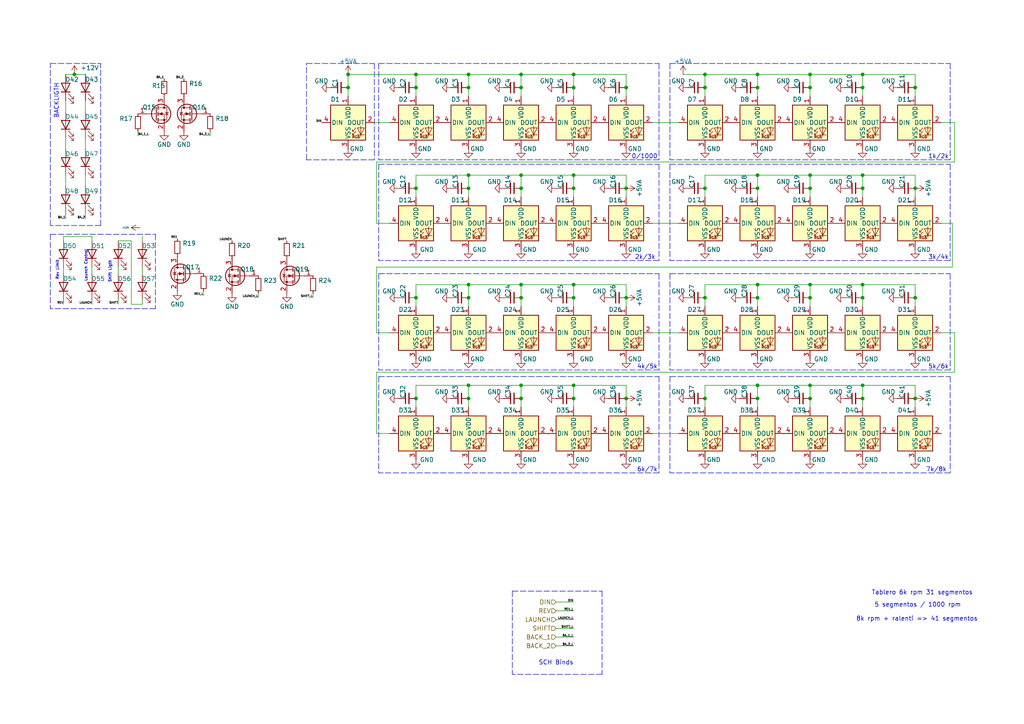
<source format=kicad_sch>
(kicad_sch (version 20210621) (generator eeschema)
  (paper "A4")
  (title_block (title "Tachometer ( 8k rpm max) WS2812B") (rev "rev2"))
  (junction (at 21.59 21.59) (diameter 0.9144))
  (junction (at 100.965 21.59) (diameter 0.9144))
  (junction (at 100.965 25.4) (diameter 0.9144))
  (junction (at 120.65 21.59) (diameter 0.9144))
  (junction (at 120.65 25.4) (diameter 0.9144))
  (junction (at 120.65 54.61) (diameter 0.9144))
  (junction (at 120.65 86.36) (diameter 0.9144))
  (junction (at 120.65 115.57) (diameter 0.9144))
  (junction (at 135.89 21.59) (diameter 0.9144))
  (junction (at 135.89 25.4) (diameter 0.9144))
  (junction (at 135.89 50.8) (diameter 0.9144))
  (junction (at 135.89 54.61) (diameter 0.9144))
  (junction (at 135.89 82.55) (diameter 0.9144))
  (junction (at 135.89 86.36) (diameter 0.9144))
  (junction (at 135.89 111.76) (diameter 0.9144))
  (junction (at 135.89 115.57) (diameter 0.9144))
  (junction (at 151.13 21.59) (diameter 0.9144))
  (junction (at 151.13 25.4) (diameter 0.9144))
  (junction (at 151.13 50.8) (diameter 0.9144))
  (junction (at 151.13 54.61) (diameter 0.9144))
  (junction (at 151.13 82.55) (diameter 0.9144))
  (junction (at 151.13 86.36) (diameter 0.9144))
  (junction (at 151.13 111.76) (diameter 0.9144))
  (junction (at 151.13 115.57) (diameter 0.9144))
  (junction (at 166.37 21.59) (diameter 0.9144))
  (junction (at 166.37 25.4) (diameter 0.9144))
  (junction (at 166.37 50.8) (diameter 0.9144))
  (junction (at 166.37 54.61) (diameter 0.9144))
  (junction (at 166.37 82.55) (diameter 0.9144))
  (junction (at 166.37 86.36) (diameter 0.9144))
  (junction (at 166.37 111.76) (diameter 0.9144))
  (junction (at 166.37 115.57) (diameter 0.9144))
  (junction (at 181.61 25.4) (diameter 0.9144))
  (junction (at 181.61 54.61) (diameter 0.9144))
  (junction (at 181.61 86.36) (diameter 0.9144))
  (junction (at 181.61 115.57) (diameter 0.9144))
  (junction (at 204.47 21.59) (diameter 0.9144))
  (junction (at 204.47 25.4) (diameter 0.9144))
  (junction (at 204.47 54.61) (diameter 0.9144))
  (junction (at 204.47 86.36) (diameter 0.9144))
  (junction (at 204.47 115.57) (diameter 0.9144))
  (junction (at 219.71 21.59) (diameter 0.9144))
  (junction (at 219.71 25.4) (diameter 0.9144))
  (junction (at 219.71 50.8) (diameter 0.9144))
  (junction (at 219.71 54.61) (diameter 0.9144))
  (junction (at 219.71 82.55) (diameter 0.9144))
  (junction (at 219.71 86.36) (diameter 0.9144))
  (junction (at 219.71 111.76) (diameter 0.9144))
  (junction (at 219.71 115.57) (diameter 0.9144))
  (junction (at 234.95 21.59) (diameter 0.9144))
  (junction (at 234.95 25.4) (diameter 0.9144))
  (junction (at 234.95 50.8) (diameter 0.9144))
  (junction (at 234.95 54.61) (diameter 0.9144))
  (junction (at 234.95 82.55) (diameter 0.9144))
  (junction (at 234.95 86.36) (diameter 0.9144))
  (junction (at 234.95 111.76) (diameter 0.9144))
  (junction (at 234.95 115.57) (diameter 0.9144))
  (junction (at 250.19 21.59) (diameter 0.9144))
  (junction (at 250.19 25.4) (diameter 0.9144))
  (junction (at 250.19 50.8) (diameter 0.9144))
  (junction (at 250.19 54.61) (diameter 0.9144))
  (junction (at 250.19 82.55) (diameter 0.9144))
  (junction (at 250.19 86.36) (diameter 0.9144))
  (junction (at 250.19 111.76) (diameter 0.9144))
  (junction (at 250.19 115.57) (diameter 0.9144))
  (junction (at 265.43 25.4) (diameter 0.9144))
  (junction (at 265.43 54.61) (diameter 0.9144))
  (junction (at 265.43 86.36) (diameter 0.9144))
  (junction (at 265.43 115.57) (diameter 0.9144))
  (wire (pts (xy 18.415 68.58) (xy 18.415 69.85)))
  (wire (pts (xy 18.415 77.47) (xy 18.415 79.375)))
  (wire (pts (xy 18.415 86.995) (xy 18.415 88.265)))
  (wire (pts (xy 19.05 21.59) (xy 21.59 21.59)))
  (wire (pts (xy 19.05 29.21) (xy 19.05 32.385)))
  (wire (pts (xy 19.05 40.005) (xy 19.05 43.18)))
  (wire (pts (xy 19.05 50.8) (xy 19.05 53.975)))
  (wire (pts (xy 19.05 61.595) (xy 19.05 63.5)))
  (wire (pts (xy 21.59 21.59) (xy 24.765 21.59)))
  (wire (pts (xy 24.765 29.21) (xy 24.765 32.385)))
  (wire (pts (xy 24.765 40.005) (xy 24.765 43.18)))
  (wire (pts (xy 24.765 50.8) (xy 24.765 53.975)))
  (wire (pts (xy 24.765 61.595) (xy 24.765 63.5)))
  (wire (pts (xy 26.67 68.58) (xy 18.415 68.58)))
  (wire (pts (xy 26.67 69.85) (xy 26.67 68.58)))
  (wire (pts (xy 26.67 77.47) (xy 26.67 79.375)))
  (wire (pts (xy 26.67 86.995) (xy 26.67 88.265)))
  (wire (pts (xy 34.29 69.85) (xy 38.1 69.85)))
  (wire (pts (xy 34.29 77.47) (xy 34.29 79.375)))
  (wire (pts (xy 34.29 86.995) (xy 34.29 88.265)))
  (wire (pts (xy 38.1 69.85) (xy 38.1 88.265)))
  (wire (pts (xy 40.005 38.1) (xy 40.005 39.37)))
  (wire (pts (xy 41.275 69.85) (xy 41.275 68.58)))
  (wire (pts (xy 41.275 77.47) (xy 41.275 79.375)))
  (wire (pts (xy 41.275 86.995) (xy 41.275 88.265)))
  (wire (pts (xy 41.275 88.265) (xy 38.1 88.265)))
  (wire (pts (xy 59.055 84.455) (xy 59.055 85.725)))
  (wire (pts (xy 60.96 38.1) (xy 60.96 39.37)))
  (wire (pts (xy 74.93 85.09) (xy 74.93 86.36)))
  (wire (pts (xy 90.805 85.09) (xy 90.805 86.36)))
  (wire (pts (xy 100.965 21.59) (xy 120.65 21.59)))
  (wire (pts (xy 100.965 25.4) (xy 100.965 21.59)))
  (wire (pts (xy 100.965 25.4) (xy 100.965 27.94)))
  (wire (pts (xy 108.585 35.56) (xy 113.03 35.56)))
  (wire (pts (xy 109.22 46.99) (xy 109.22 64.77)))
  (wire (pts (xy 109.22 64.77) (xy 113.03 64.77)))
  (wire (pts (xy 109.22 77.47) (xy 109.22 96.52)))
  (wire (pts (xy 109.22 96.52) (xy 113.03 96.52)))
  (wire (pts (xy 109.22 107.95) (xy 109.22 125.73)))
  (wire (pts (xy 109.22 125.73) (xy 113.03 125.73)))
  (wire (pts (xy 120.65 21.59) (xy 120.65 25.4)))
  (wire (pts (xy 120.65 21.59) (xy 135.89 21.59)))
  (wire (pts (xy 120.65 25.4) (xy 120.65 27.94)))
  (wire (pts (xy 120.65 50.8) (xy 120.65 54.61)))
  (wire (pts (xy 120.65 50.8) (xy 135.89 50.8)))
  (wire (pts (xy 120.65 54.61) (xy 120.65 57.15)))
  (wire (pts (xy 120.65 82.55) (xy 120.65 86.36)))
  (wire (pts (xy 120.65 82.55) (xy 135.89 82.55)))
  (wire (pts (xy 120.65 86.36) (xy 120.65 88.9)))
  (wire (pts (xy 120.65 111.76) (xy 120.65 115.57)))
  (wire (pts (xy 120.65 111.76) (xy 135.89 111.76)))
  (wire (pts (xy 120.65 115.57) (xy 120.65 118.11)))
  (wire (pts (xy 135.89 21.59) (xy 135.89 25.4)))
  (wire (pts (xy 135.89 21.59) (xy 151.13 21.59)))
  (wire (pts (xy 135.89 25.4) (xy 135.89 27.94)))
  (wire (pts (xy 135.89 50.8) (xy 135.89 54.61)))
  (wire (pts (xy 135.89 50.8) (xy 151.13 50.8)))
  (wire (pts (xy 135.89 54.61) (xy 135.89 57.15)))
  (wire (pts (xy 135.89 82.55) (xy 135.89 86.36)))
  (wire (pts (xy 135.89 82.55) (xy 151.13 82.55)))
  (wire (pts (xy 135.89 86.36) (xy 135.89 88.9)))
  (wire (pts (xy 135.89 111.76) (xy 135.89 115.57)))
  (wire (pts (xy 135.89 111.76) (xy 151.13 111.76)))
  (wire (pts (xy 135.89 115.57) (xy 135.89 118.11)))
  (wire (pts (xy 151.13 21.59) (xy 151.13 25.4)))
  (wire (pts (xy 151.13 21.59) (xy 166.37 21.59)))
  (wire (pts (xy 151.13 25.4) (xy 151.13 27.94)))
  (wire (pts (xy 151.13 50.8) (xy 151.13 54.61)))
  (wire (pts (xy 151.13 50.8) (xy 166.37 50.8)))
  (wire (pts (xy 151.13 54.61) (xy 151.13 57.15)))
  (wire (pts (xy 151.13 82.55) (xy 151.13 86.36)))
  (wire (pts (xy 151.13 82.55) (xy 166.37 82.55)))
  (wire (pts (xy 151.13 86.36) (xy 151.13 88.9)))
  (wire (pts (xy 151.13 111.76) (xy 151.13 115.57)))
  (wire (pts (xy 151.13 111.76) (xy 166.37 111.76)))
  (wire (pts (xy 151.13 115.57) (xy 151.13 118.11)))
  (wire (pts (xy 161.29 174.625) (xy 166.37 174.625)))
  (wire (pts (xy 161.29 177.165) (xy 166.37 177.165)))
  (wire (pts (xy 161.29 179.705) (xy 166.37 179.705)))
  (wire (pts (xy 161.29 182.245) (xy 166.37 182.245)))
  (wire (pts (xy 161.29 184.785) (xy 166.37 184.785)))
  (wire (pts (xy 161.29 187.325) (xy 166.37 187.325)))
  (wire (pts (xy 166.37 21.59) (xy 166.37 25.4)))
  (wire (pts (xy 166.37 21.59) (xy 181.61 21.59)))
  (wire (pts (xy 166.37 25.4) (xy 166.37 27.94)))
  (wire (pts (xy 166.37 50.8) (xy 166.37 54.61)))
  (wire (pts (xy 166.37 50.8) (xy 181.61 50.8)))
  (wire (pts (xy 166.37 54.61) (xy 166.37 57.15)))
  (wire (pts (xy 166.37 82.55) (xy 166.37 86.36)))
  (wire (pts (xy 166.37 82.55) (xy 181.61 82.55)))
  (wire (pts (xy 166.37 86.36) (xy 166.37 88.9)))
  (wire (pts (xy 166.37 111.76) (xy 166.37 115.57)))
  (wire (pts (xy 166.37 111.76) (xy 181.61 111.76)))
  (wire (pts (xy 166.37 115.57) (xy 166.37 118.11)))
  (wire (pts (xy 181.61 21.59) (xy 181.61 25.4)))
  (wire (pts (xy 181.61 25.4) (xy 181.61 27.94)))
  (wire (pts (xy 181.61 50.8) (xy 181.61 54.61)))
  (wire (pts (xy 181.61 54.61) (xy 181.61 57.15)))
  (wire (pts (xy 181.61 82.55) (xy 181.61 86.36)))
  (wire (pts (xy 181.61 86.36) (xy 181.61 88.9)))
  (wire (pts (xy 181.61 115.57) (xy 181.61 111.76)))
  (wire (pts (xy 181.61 115.57) (xy 181.61 118.11)))
  (wire (pts (xy 189.23 35.56) (xy 196.85 35.56)))
  (wire (pts (xy 189.23 64.77) (xy 196.85 64.77)))
  (wire (pts (xy 189.23 96.52) (xy 196.85 96.52)))
  (wire (pts (xy 189.23 125.73) (xy 196.85 125.73)))
  (wire (pts (xy 198.12 21.59) (xy 204.47 21.59)))
  (wire (pts (xy 204.47 21.59) (xy 204.47 25.4)))
  (wire (pts (xy 204.47 21.59) (xy 219.71 21.59)))
  (wire (pts (xy 204.47 25.4) (xy 204.47 27.94)))
  (wire (pts (xy 204.47 50.8) (xy 204.47 54.61)))
  (wire (pts (xy 204.47 50.8) (xy 219.71 50.8)))
  (wire (pts (xy 204.47 54.61) (xy 204.47 57.15)))
  (wire (pts (xy 204.47 82.55) (xy 204.47 86.36)))
  (wire (pts (xy 204.47 82.55) (xy 219.71 82.55)))
  (wire (pts (xy 204.47 86.36) (xy 204.47 88.9)))
  (wire (pts (xy 204.47 111.76) (xy 204.47 115.57)))
  (wire (pts (xy 204.47 111.76) (xy 219.71 111.76)))
  (wire (pts (xy 204.47 115.57) (xy 204.47 118.11)))
  (wire (pts (xy 219.71 21.59) (xy 219.71 25.4)))
  (wire (pts (xy 219.71 21.59) (xy 234.95 21.59)))
  (wire (pts (xy 219.71 25.4) (xy 219.71 27.94)))
  (wire (pts (xy 219.71 50.8) (xy 219.71 54.61)))
  (wire (pts (xy 219.71 50.8) (xy 234.95 50.8)))
  (wire (pts (xy 219.71 54.61) (xy 219.71 57.15)))
  (wire (pts (xy 219.71 82.55) (xy 219.71 86.36)))
  (wire (pts (xy 219.71 82.55) (xy 234.95 82.55)))
  (wire (pts (xy 219.71 86.36) (xy 219.71 88.9)))
  (wire (pts (xy 219.71 111.76) (xy 219.71 115.57)))
  (wire (pts (xy 219.71 111.76) (xy 234.95 111.76)))
  (wire (pts (xy 219.71 115.57) (xy 219.71 118.11)))
  (wire (pts (xy 234.95 21.59) (xy 250.19 21.59)))
  (wire (pts (xy 234.95 25.4) (xy 234.95 21.59)))
  (wire (pts (xy 234.95 25.4) (xy 234.95 27.94)))
  (wire (pts (xy 234.95 50.8) (xy 234.95 54.61)))
  (wire (pts (xy 234.95 50.8) (xy 250.19 50.8)))
  (wire (pts (xy 234.95 54.61) (xy 234.95 57.15)))
  (wire (pts (xy 234.95 82.55) (xy 250.19 82.55)))
  (wire (pts (xy 234.95 86.36) (xy 234.95 82.55)))
  (wire (pts (xy 234.95 86.36) (xy 234.95 88.9)))
  (wire (pts (xy 234.95 111.76) (xy 234.95 115.57)))
  (wire (pts (xy 234.95 111.76) (xy 250.19 111.76)))
  (wire (pts (xy 234.95 115.57) (xy 234.95 118.11)))
  (wire (pts (xy 250.19 21.59) (xy 250.19 25.4)))
  (wire (pts (xy 250.19 21.59) (xy 265.43 21.59)))
  (wire (pts (xy 250.19 25.4) (xy 250.19 27.94)))
  (wire (pts (xy 250.19 50.8) (xy 250.19 54.61)))
  (wire (pts (xy 250.19 50.8) (xy 265.43 50.8)))
  (wire (pts (xy 250.19 54.61) (xy 250.19 57.15)))
  (wire (pts (xy 250.19 82.55) (xy 265.43 82.55)))
  (wire (pts (xy 250.19 86.36) (xy 250.19 82.55)))
  (wire (pts (xy 250.19 86.36) (xy 250.19 88.9)))
  (wire (pts (xy 250.19 111.76) (xy 250.19 115.57)))
  (wire (pts (xy 250.19 111.76) (xy 265.43 111.76)))
  (wire (pts (xy 250.19 115.57) (xy 250.19 118.11)))
  (wire (pts (xy 265.43 21.59) (xy 265.43 25.4)))
  (wire (pts (xy 265.43 25.4) (xy 265.43 27.94)))
  (wire (pts (xy 265.43 50.8) (xy 265.43 54.61)))
  (wire (pts (xy 265.43 54.61) (xy 265.43 57.15)))
  (wire (pts (xy 265.43 86.36) (xy 265.43 82.55)))
  (wire (pts (xy 265.43 86.36) (xy 265.43 88.9)))
  (wire (pts (xy 265.43 111.76) (xy 265.43 115.57)))
  (wire (pts (xy 265.43 115.57) (xy 265.43 118.11)))
  (wire (pts (xy 273.05 35.56) (xy 276.86 35.56)))
  (wire (pts (xy 273.05 64.77) (xy 276.225 64.77)))
  (wire (pts (xy 273.05 96.52) (xy 276.86 96.52)))
  (wire (pts (xy 276.225 64.77) (xy 276.225 77.47)))
  (wire (pts (xy 276.225 77.47) (xy 109.22 77.47)))
  (wire (pts (xy 276.86 35.56) (xy 276.86 46.99)))
  (wire (pts (xy 276.86 46.99) (xy 109.22 46.99)))
  (wire (pts (xy 276.86 96.52) (xy 276.86 107.95)))
  (wire (pts (xy 276.86 107.95) (xy 109.22 107.95)))
  (polyline (pts (xy 14.605 18.415) (xy 29.21 18.415)) (stroke (width 0) (type dash)))
  (polyline (pts (xy 14.605 65.405) (xy 14.605 18.415)) (stroke (width 0) (type dash)))
  (polyline (pts (xy 14.605 67.945) (xy 14.605 89.535)) (stroke (width 0) (type dash)))
  (polyline (pts (xy 14.605 67.945) (xy 45.085 67.945)) (stroke (width 0) (type dash)))
  (polyline (pts (xy 29.21 65.405) (xy 14.605 65.405)) (stroke (width 0) (type dash)))
  (polyline (pts (xy 29.21 65.405) (xy 29.21 18.415)) (stroke (width 0) (type dash)))
  (polyline (pts (xy 45.085 67.945) (xy 45.085 89.535)) (stroke (width 0) (type dash)))
  (polyline (pts (xy 45.085 89.535) (xy 14.605 89.535)) (stroke (width 0) (type dash)))
  (polyline (pts (xy 88.9 18.415) (xy 108.585 18.415)) (stroke (width 0) (type dash)))
  (polyline (pts (xy 88.9 46.355) (xy 88.9 18.415)) (stroke (width 0) (type dash)))
  (polyline (pts (xy 108.585 18.415) (xy 108.585 46.355)) (stroke (width 0) (type dash)))
  (polyline (pts (xy 108.585 46.355) (xy 88.9 46.355)) (stroke (width 0) (type dash)))
  (polyline (pts (xy 109.855 18.415) (xy 109.855 46.355)) (stroke (width 0) (type dash)))
  (polyline (pts (xy 109.855 18.415) (xy 191.135 18.415)) (stroke (width 0) (type dash)))
  (polyline (pts (xy 109.855 47.625) (xy 109.855 75.565)) (stroke (width 0) (type dash)))
  (polyline (pts (xy 109.855 47.625) (xy 191.135 47.625)) (stroke (width 0) (type dash)))
  (polyline (pts (xy 109.855 79.375) (xy 109.855 107.315)) (stroke (width 0) (type dash)))
  (polyline (pts (xy 109.855 79.375) (xy 191.135 79.375)) (stroke (width 0) (type dash)))
  (polyline (pts (xy 109.855 109.22) (xy 109.855 137.16)) (stroke (width 0) (type dash)))
  (polyline (pts (xy 109.855 109.22) (xy 191.135 109.22)) (stroke (width 0) (type dash)))
  (polyline (pts (xy 148.59 171.45) (xy 148.59 195.58)) (stroke (width 0) (type dash)))
  (polyline (pts (xy 148.59 171.45) (xy 174.625 171.45)) (stroke (width 0) (type dash)))
  (polyline (pts (xy 174.625 171.45) (xy 174.625 195.58)) (stroke (width 0) (type dash)))
  (polyline (pts (xy 174.625 195.58) (xy 148.59 195.58)) (stroke (width 0) (type dash)))
  (polyline (pts (xy 191.135 18.415) (xy 191.135 46.355)) (stroke (width 0) (type dash)))
  (polyline (pts (xy 191.135 46.355) (xy 109.855 46.355)) (stroke (width 0) (type dash)))
  (polyline (pts (xy 191.135 47.625) (xy 191.135 75.565)) (stroke (width 0) (type dash)))
  (polyline (pts (xy 191.135 75.565) (xy 109.855 75.565)) (stroke (width 0) (type dash)))
  (polyline (pts (xy 191.135 79.375) (xy 191.135 107.315)) (stroke (width 0) (type dash)))
  (polyline (pts (xy 191.135 107.315) (xy 109.855 107.315)) (stroke (width 0) (type dash)))
  (polyline (pts (xy 191.135 109.22) (xy 191.135 137.16)) (stroke (width 0) (type dash)))
  (polyline (pts (xy 191.135 137.16) (xy 109.855 137.16)) (stroke (width 0) (type dash)))
  (polyline (pts (xy 194.31 18.415) (xy 194.31 46.355)) (stroke (width 0) (type dash)))
  (polyline (pts (xy 194.31 18.415) (xy 275.59 18.415)) (stroke (width 0) (type dash)))
  (polyline (pts (xy 194.31 47.625) (xy 194.31 75.565)) (stroke (width 0) (type dash)))
  (polyline (pts (xy 194.31 47.625) (xy 275.59 47.625)) (stroke (width 0) (type dash)))
  (polyline (pts (xy 194.31 79.375) (xy 194.31 107.315)) (stroke (width 0) (type dash)))
  (polyline (pts (xy 194.31 79.375) (xy 275.59 79.375)) (stroke (width 0) (type dash)))
  (polyline (pts (xy 194.31 109.22) (xy 194.31 137.16)) (stroke (width 0) (type dash)))
  (polyline (pts (xy 194.31 109.22) (xy 275.59 109.22)) (stroke (width 0) (type dash)))
  (polyline (pts (xy 275.59 18.415) (xy 275.59 46.355)) (stroke (width 0) (type dash)))
  (polyline (pts (xy 275.59 46.355) (xy 194.31 46.355)) (stroke (width 0) (type dash)))
  (polyline (pts (xy 275.59 47.625) (xy 275.59 75.565)) (stroke (width 0) (type dash)))
  (polyline (pts (xy 275.59 75.565) (xy 194.31 75.565)) (stroke (width 0) (type dash)))
  (polyline (pts (xy 275.59 79.375) (xy 275.59 107.315)) (stroke (width 0) (type dash)))
  (polyline (pts (xy 275.59 107.315) (xy 194.31 107.315)) (stroke (width 0) (type dash)))
  (polyline (pts (xy 275.59 109.22) (xy 275.59 137.16)) (stroke (width 0) (type dash)))
  (polyline (pts (xy 275.59 137.16) (xy 194.31 137.16)) (stroke (width 0) (type dash)))
  (text "BACKLIGTH" (at 17.145 24.13 270) (effects (font (size 1.27 1.27)) (justify right bottom)))
  (text "Rev Limit" (at 17.145 81.28 90) (effects (font (size 0.8 0.8)) (justify left bottom)))
  (text "Launch Control" (at 25.4 72.39 270) (effects (font (size 0.8 0.8)) (justify right bottom)))
  (text "Shift Ligth" (at 32.385 75.565 270) (effects (font (size 0.8 0.8)) (justify right bottom)))
  (text "SCH Binds" (at 166.37 193.04 180) (effects (font (size 1.27 1.27)) (justify right bottom)))
  (text "2k/3k" (at 190.119 75.438 180) (effects (font (size 1.27 1.27)) (justify right bottom)))
  (text "0/1000" (at 190.754 46.228 180) (effects (font (size 1.27 1.27)) (justify right bottom)))
  (text "4k/5k" (at 190.754 107.188 180) (effects (font (size 1.27 1.27)) (justify right bottom)))
  (text "6k/7k" (at 190.754 137.033 180) (effects (font (size 1.27 1.27)) (justify right bottom)))
  (text "7k/8k" (at 274.574 137.033 180) (effects (font (size 1.27 1.27)) (justify right bottom)))
  (text "1k/2k" (at 275.209 46.228 180) (effects (font (size 1.27 1.27)) (justify right bottom)))
  (text "3k/4k" (at 275.209 75.438 180) (effects (font (size 1.27 1.27)) (justify right bottom)))
  (text "5k/6k" (at 275.209 107.188 180) (effects (font (size 1.27 1.27)) (justify right bottom)))
  (text "5 segmentos / 1000 rpm" (at 278.765 176.276 180) (effects (font (size 1.27 1.27)) (justify right bottom)))
  (text "Tablero 6k rpm 31 segmentos" (at 282.194 172.72 180) (effects (font (size 1.27 1.27)) (justify right bottom)))
  (text "8k rpm + ralenti => 41 segmentos" (at 283.591 180.34 180) (effects (font (size 1.27 1.27)) (justify right bottom)))
  (label "REV" (at 18.415 88.265 180) (effects (font (size 0.6 0.6))))
  (label "BA_1" (at 19.05 63.5 180) (effects (font (size 0.6 0.6))))
  (label "BA_2" (at 24.765 63.5 180) (effects (font (size 0.6 0.6))))
  (label "LAUNCH" (at 26.67 88.265 180) (effects (font (size 0.6 0.6))))
  (label "SHIFT" (at 34.29 88.265 180) (effects (font (size 0.6 0.6))))
  (label "BA_1_L" (at 40.005 39.37 0) (effects (font (size 0.6 0.6))))
  (label "BA_1" (at 47.625 22.86 180) (effects (font (size 0.6 0.6))))
  (label "REV" (at 51.435 69.215 180) (effects (font (size 0.6 0.6))))
  (label "BA_2" (at 53.34 22.86 180) (effects (font (size 0.6 0.6))))
  (label "REV_L" (at 59.055 85.725 180) (effects (font (size 0.6 0.6))))
  (label "BA_2_L" (at 60.96 39.37 180) (effects (font (size 0.6 0.6))))
  (label "LAUNCH" (at 67.31 69.85 180) (effects (font (size 0.6 0.6))))
  (label "LAUNCH_L" (at 74.93 86.36 180) (effects (font (size 0.6 0.6))))
  (label "SHIFT" (at 83.185 69.85 180) (effects (font (size 0.6 0.6))))
  (label "SHIFT_L" (at 90.805 86.36 180) (effects (font (size 0.6 0.6))))
  (label "DIN" (at 93.345 35.56 180) (effects (font (size 0.6 0.6))))
  (label "DIN" (at 166.37 174.625 180) (effects (font (size 0.6 0.6))))
  (label "REV_L" (at 166.37 177.165 180) (effects (font (size 0.6 0.6))))
  (label "LAUNCH_L" (at 166.37 179.705 180) (effects (font (size 0.6 0.6))))
  (label "SHIFT_L" (at 166.37 182.245 180) (effects (font (size 0.6 0.6))))
  (label "BA_1_L" (at 166.37 184.785 180) (effects (font (size 0.6 0.6))))
  (label "BA_2_L" (at 166.37 187.325 180) (effects (font (size 0.6 0.6))))
  (hierarchical_label "DIN" (shape input) (at 161.29 174.625 180))
  (hierarchical_label "REV" (shape input) (at 161.29 177.165 180))
  (hierarchical_label "LAUNCH" (shape input) (at 161.29 179.705 180))
  (hierarchical_label "SHIFT" (shape input) (at 161.29 182.245 180))
  (hierarchical_label "BACK_1" (shape input) (at 161.29 184.785 180))
  (hierarchical_label "BACK_2" (shape input) (at 161.29 187.325 180))
  (symbol (lib_id "power:+12V") (at 21.59 21.59 0) (unit 1)
    (property "Reference" "#PWR0154" (effects hide))
    (property "Value" "+12V" (at 26.035 19.685 0))
  )
  (symbol (lib_id "power:+12V") (at 40.64 66.04 90) (unit 1)
    (property "Reference" "#PWR0193" (effects hide))
    (property "Value" "+12V" (at 37.465 66.04 90) (effects (font (size 0.5 0.5)) (justify left)))
  )
  (symbol (lib_id "power:+5VA") (at 100.965 21.59 0) (unit 1)
    (property "Reference" "#PWR0140" (effects hide))
    (property "Value" "+5VA" (at 100.965 17.78 0))
  )
  (symbol (lib_id "power:+5VA") (at 181.61 54.61 270) (unit 1)
    (property "Reference" "#PWR0102" (effects hide))
    (property "Value" "+5VA" (at 185.42 54.61 0))
  )
  (symbol (lib_id "power:+5VA") (at 181.61 86.36 270) (unit 1)
    (property "Reference" "#PWR0117" (effects hide))
    (property "Value" "+5VA" (at 185.42 86.36 0))
  )
  (symbol (lib_id "power:+5VA") (at 181.61 115.57 270) (unit 1)
    (property "Reference" "#PWR0114" (effects hide))
    (property "Value" "+5VA" (at 185.42 115.57 0))
  )
  (symbol (lib_id "power:+5VA") (at 198.12 21.59 0) (unit 1)
    (property "Reference" "#PWR0126" (effects hide))
    (property "Value" "+5VA" (at 198.12 17.78 0))
  )
  (symbol (lib_id "power:+5VA") (at 265.43 54.61 270) (unit 1)
    (property "Reference" "#PWR0121" (effects hide))
    (property "Value" "+5VA" (at 269.24 54.61 0))
  )
  (symbol (lib_id "power:+5VA") (at 265.43 115.57 270) (unit 1)
    (property "Reference" "#PWR0133" (effects hide))
    (property "Value" "+5VA" (at 269.24 115.57 0))
  )
  (symbol (lib_id "power:GND") (at 47.625 38.1 0) (mirror y) (unit 1)
    (property "Reference" "#PWR0191" (effects hide))
    (property "Value" "GND" (at 47.625 41.91 0))
  )
  (symbol (lib_id "power:GND") (at 51.435 84.455 0) (unit 1)
    (property "Reference" "#PWR0194" (effects hide))
    (property "Value" "GND" (at 51.435 88.265 0))
  )
  (symbol (lib_id "power:GND") (at 53.34 38.1 0) (unit 1)
    (property "Reference" "#PWR0192" (effects hide))
    (property "Value" "GND" (at 53.34 41.91 0))
  )
  (symbol (lib_id "power:GND") (at 67.31 85.09 0) (unit 1)
    (property "Reference" "#PWR0195" (effects hide))
    (property "Value" "GND" (at 67.31 88.9 0))
  )
  (symbol (lib_id "power:GND") (at 83.185 85.09 0) (unit 1)
    (property "Reference" "#PWR0196" (effects hide))
    (property "Value" "GND" (at 83.185 88.9 0))
  )
  (symbol (lib_id "power:GND") (at 95.885 25.4 270) (unit 1)
    (property "Reference" "#PWR0151" (effects hide))
    (property "Value" "GND" (at 95.25 23.4949 90) (effects (justify right)))
  )
  (symbol (lib_id "power:GND") (at 100.965 43.18 0) (unit 1)
    (property "Reference" "#PWR0153" (effects hide))
    (property "Value" "GND" (at 103.505 43.18 0))
  )
  (symbol (lib_id "power:GND") (at 115.57 25.4 270) (unit 1)
    (property "Reference" "#PWR0115" (effects hide))
    (property "Value" "GND" (at 114.935 23.4949 90) (effects (justify right)))
  )
  (symbol (lib_id "power:GND") (at 115.57 54.61 270) (unit 1)
    (property "Reference" "#PWR0101" (effects hide))
    (property "Value" "GND" (at 114.935 52.7049 90) (effects (justify right)))
  )
  (symbol (lib_id "power:GND") (at 115.57 86.36 270) (unit 1)
    (property "Reference" "#PWR0119" (effects hide))
    (property "Value" "GND" (at 114.935 84.4549 90) (effects (justify right)))
  )
  (symbol (lib_id "power:GND") (at 115.57 115.57 270) (unit 1)
    (property "Reference" "#PWR0124" (effects hide))
    (property "Value" "GND" (at 114.935 113.6649 90) (effects (justify right)))
  )
  (symbol (lib_id "power:GND") (at 120.65 43.18 0) (unit 1)
    (property "Reference" "#PWR01" (effects hide))
    (property "Value" "GND" (at 123.19 43.18 0))
  )
  (symbol (lib_id "power:GND") (at 120.65 72.39 0) (unit 1)
    (property "Reference" "#PWR017" (effects hide))
    (property "Value" "GND" (at 123.825 72.39 0))
  )
  (symbol (lib_id "power:GND") (at 120.65 104.14 0) (unit 1)
    (property "Reference" "#PWR027" (effects hide))
    (property "Value" "GND" (at 123.19 104.14 0))
  )
  (symbol (lib_id "power:GND") (at 120.65 133.35 0) (unit 1)
    (property "Reference" "#PWR037" (effects hide))
    (property "Value" "GND" (at 123.825 133.35 0))
  )
  (symbol (lib_id "power:GND") (at 130.81 25.4 270) (unit 1)
    (property "Reference" "#PWR0116" (effects hide))
    (property "Value" "GND" (at 130.175 23.4949 90) (effects (justify right)))
  )
  (symbol (lib_id "power:GND") (at 130.81 54.61 270) (unit 1)
    (property "Reference" "#PWR0104" (effects hide))
    (property "Value" "GND" (at 130.175 52.7049 90) (effects (justify right)))
  )
  (symbol (lib_id "power:GND") (at 130.81 86.36 270) (unit 1)
    (property "Reference" "#PWR0123" (effects hide))
    (property "Value" "GND" (at 130.175 84.4549 90) (effects (justify right)))
  )
  (symbol (lib_id "power:GND") (at 130.81 115.57 270) (unit 1)
    (property "Reference" "#PWR0120" (effects hide))
    (property "Value" "GND" (at 130.175 113.6649 90) (effects (justify right)))
  )
  (symbol (lib_id "power:GND") (at 135.89 43.18 0) (unit 1)
    (property "Reference" "#PWR02" (effects hide))
    (property "Value" "GND" (at 138.43 43.18 0))
  )
  (symbol (lib_id "power:GND") (at 135.89 72.39 0) (unit 1)
    (property "Reference" "#PWR018" (effects hide))
    (property "Value" "GND" (at 139.065 72.39 0))
  )
  (symbol (lib_id "power:GND") (at 135.89 104.14 0) (unit 1)
    (property "Reference" "#PWR028" (effects hide))
    (property "Value" "GND" (at 138.43 104.14 0))
  )
  (symbol (lib_id "power:GND") (at 135.89 133.35 0) (unit 1)
    (property "Reference" "#PWR038" (effects hide))
    (property "Value" "GND" (at 139.065 133.35 0))
  )
  (symbol (lib_id "power:GND") (at 146.05 25.4 270) (unit 1)
    (property "Reference" "#PWR0113" (effects hide))
    (property "Value" "GND" (at 145.415 23.4949 90) (effects (justify right)))
  )
  (symbol (lib_id "power:GND") (at 146.05 54.61 270) (unit 1)
    (property "Reference" "#PWR0103" (effects hide))
    (property "Value" "GND" (at 145.415 52.7049 90) (effects (justify right)))
  )
  (symbol (lib_id "power:GND") (at 146.05 86.36 270) (unit 1)
    (property "Reference" "#PWR0122" (effects hide))
    (property "Value" "GND" (at 145.415 84.4549 90) (effects (justify right)))
  )
  (symbol (lib_id "power:GND") (at 146.05 115.57 270) (unit 1)
    (property "Reference" "#PWR0118" (effects hide))
    (property "Value" "GND" (at 145.415 113.6649 90) (effects (justify right)))
  )
  (symbol (lib_id "power:GND") (at 151.13 43.18 0) (unit 1)
    (property "Reference" "#PWR03" (effects hide))
    (property "Value" "GND" (at 153.67 43.18 0))
  )
  (symbol (lib_id "power:GND") (at 151.13 72.39 0) (unit 1)
    (property "Reference" "#PWR019" (effects hide))
    (property "Value" "GND" (at 153.67 72.39 0))
  )
  (symbol (lib_id "power:GND") (at 151.13 104.14 0) (unit 1)
    (property "Reference" "#PWR029" (effects hide))
    (property "Value" "GND" (at 153.67 104.14 0))
  )
  (symbol (lib_id "power:GND") (at 151.13 133.35 0) (unit 1)
    (property "Reference" "#PWR039" (effects hide))
    (property "Value" "GND" (at 153.67 133.35 0))
  )
  (symbol (lib_id "power:GND") (at 161.29 25.4 270) (unit 1)
    (property "Reference" "#PWR0107" (effects hide))
    (property "Value" "GND" (at 160.655 23.4949 90) (effects (justify right)))
  )
  (symbol (lib_id "power:GND") (at 161.29 54.61 270) (unit 1)
    (property "Reference" "#PWR0106" (effects hide))
    (property "Value" "GND" (at 160.655 52.7049 90) (effects (justify right)))
  )
  (symbol (lib_id "power:GND") (at 161.29 86.36 270) (unit 1)
    (property "Reference" "#PWR0112" (effects hide))
    (property "Value" "GND" (at 160.655 84.4549 90) (effects (justify right)))
  )
  (symbol (lib_id "power:GND") (at 161.29 115.57 270) (unit 1)
    (property "Reference" "#PWR0109" (effects hide))
    (property "Value" "GND" (at 160.655 113.6649 90) (effects (justify right)))
  )
  (symbol (lib_id "power:GND") (at 166.37 43.18 0) (unit 1)
    (property "Reference" "#PWR04" (effects hide))
    (property "Value" "GND" (at 168.91 43.18 0))
  )
  (symbol (lib_id "power:GND") (at 166.37 72.39 0) (unit 1)
    (property "Reference" "#PWR020" (effects hide))
    (property "Value" "GND" (at 168.91 72.39 0))
  )
  (symbol (lib_id "power:GND") (at 166.37 104.14 0) (unit 1)
    (property "Reference" "#PWR030" (effects hide))
    (property "Value" "GND" (at 170.18 104.14 0))
  )
  (symbol (lib_id "power:GND") (at 166.37 133.35 0) (unit 1)
    (property "Reference" "#PWR040" (effects hide))
    (property "Value" "GND" (at 168.91 133.35 0))
  )
  (symbol (lib_id "power:GND") (at 176.53 25.4 270) (unit 1)
    (property "Reference" "#PWR0108" (effects hide))
    (property "Value" "GND" (at 175.895 23.4949 90) (effects (justify right)))
  )
  (symbol (lib_id "power:GND") (at 176.53 54.61 270) (unit 1)
    (property "Reference" "#PWR0105" (effects hide))
    (property "Value" "GND" (at 175.895 52.7049 90) (effects (justify right)))
  )
  (symbol (lib_id "power:GND") (at 176.53 86.36 270) (unit 1)
    (property "Reference" "#PWR0111" (effects hide))
    (property "Value" "GND" (at 175.895 84.4549 90) (effects (justify right)))
  )
  (symbol (lib_id "power:GND") (at 176.53 115.57 270) (unit 1)
    (property "Reference" "#PWR0110" (effects hide))
    (property "Value" "GND" (at 175.895 113.6649 90) (effects (justify right)))
  )
  (symbol (lib_id "power:GND") (at 181.61 43.18 0) (unit 1)
    (property "Reference" "#PWR05" (effects hide))
    (property "Value" "GND" (at 184.15 43.18 0))
  )
  (symbol (lib_id "power:GND") (at 181.61 72.39 0) (unit 1)
    (property "Reference" "#PWR021" (effects hide))
    (property "Value" "GND" (at 184.15 72.39 0))
  )
  (symbol (lib_id "power:GND") (at 181.61 104.14 0) (unit 1)
    (property "Reference" "#PWR031" (effects hide))
    (property "Value" "GND" (at 184.15 104.14 0))
  )
  (symbol (lib_id "power:GND") (at 181.61 133.35 0) (unit 1)
    (property "Reference" "#PWR041" (effects hide))
    (property "Value" "GND" (at 184.15 133.35 0))
  )
  (symbol (lib_id "power:GND") (at 199.39 25.4 270) (unit 1)
    (property "Reference" "#PWR0146" (effects hide))
    (property "Value" "GND" (at 198.755 23.4949 90) (effects (justify right)))
  )
  (symbol (lib_id "power:GND") (at 199.39 54.61 270) (unit 1)
    (property "Reference" "#PWR0148" (effects hide))
    (property "Value" "GND" (at 198.755 52.7049 90) (effects (justify right)))
  )
  (symbol (lib_id "power:GND") (at 199.39 86.36 270) (unit 1)
    (property "Reference" "#PWR0131" (effects hide))
    (property "Value" "GND" (at 198.755 84.4549 90) (effects (justify right)))
  )
  (symbol (lib_id "power:GND") (at 199.39 115.57 270) (unit 1)
    (property "Reference" "#PWR0128" (effects hide))
    (property "Value" "GND" (at 198.755 113.6649 90) (effects (justify right)))
  )
  (symbol (lib_id "power:GND") (at 204.47 43.18 0) (unit 1)
    (property "Reference" "#PWR06" (effects hide))
    (property "Value" "GND" (at 207.01 43.18 0))
  )
  (symbol (lib_id "power:GND") (at 204.47 72.39 0) (unit 1)
    (property "Reference" "#PWR022" (effects hide))
    (property "Value" "GND" (at 207.01 72.39 0))
  )
  (symbol (lib_id "power:GND") (at 204.47 104.14 0) (unit 1)
    (property "Reference" "#PWR032" (effects hide))
    (property "Value" "GND" (at 207.01 104.14 0))
  )
  (symbol (lib_id "power:GND") (at 204.47 133.35 0) (unit 1)
    (property "Reference" "#PWR042" (effects hide))
    (property "Value" "GND" (at 207.01 133.35 0))
  )
  (symbol (lib_id "power:GND") (at 214.63 25.4 270) (unit 1)
    (property "Reference" "#PWR0143" (effects hide))
    (property "Value" "GND" (at 213.995 23.4949 90) (effects (justify right)))
  )
  (symbol (lib_id "power:GND") (at 214.63 54.61 270) (unit 1)
    (property "Reference" "#PWR0147" (effects hide))
    (property "Value" "GND" (at 213.995 52.7049 90) (effects (justify right)))
  )
  (symbol (lib_id "power:GND") (at 214.63 86.36 270) (unit 1)
    (property "Reference" "#PWR0129" (effects hide))
    (property "Value" "GND" (at 213.995 84.4549 90) (effects (justify right)))
  )
  (symbol (lib_id "power:GND") (at 214.63 115.57 270) (unit 1)
    (property "Reference" "#PWR0125" (effects hide))
    (property "Value" "GND" (at 213.995 113.6649 90) (effects (justify right)))
  )
  (symbol (lib_id "power:GND") (at 219.71 43.18 0) (unit 1)
    (property "Reference" "#PWR013" (effects hide))
    (property "Value" "GND" (at 222.25 43.18 0))
  )
  (symbol (lib_id "power:GND") (at 219.71 72.39 0) (unit 1)
    (property "Reference" "#PWR023" (effects hide))
    (property "Value" "GND" (at 222.25 72.39 0))
  )
  (symbol (lib_id "power:GND") (at 219.71 104.14 0) (unit 1)
    (property "Reference" "#PWR033" (effects hide))
    (property "Value" "GND" (at 222.25 104.14 0))
  )
  (symbol (lib_id "power:GND") (at 219.71 133.35 0) (unit 1)
    (property "Reference" "#PWR043" (effects hide))
    (property "Value" "GND" (at 222.885 133.35 0))
  )
  (symbol (lib_id "power:GND") (at 229.87 25.4 270) (unit 1)
    (property "Reference" "#PWR0144" (effects hide))
    (property "Value" "GND" (at 229.235 23.4949 90) (effects (justify right)))
  )
  (symbol (lib_id "power:GND") (at 229.87 54.61 270) (unit 1)
    (property "Reference" "#PWR0145" (effects hide))
    (property "Value" "GND" (at 229.235 52.7049 90) (effects (justify right)))
  )
  (symbol (lib_id "power:GND") (at 229.87 86.36 270) (unit 1)
    (property "Reference" "#PWR0130" (effects hide))
    (property "Value" "GND" (at 229.235 84.4549 90) (effects (justify right)))
  )
  (symbol (lib_id "power:GND") (at 229.87 115.57 270) (unit 1)
    (property "Reference" "#PWR0127" (effects hide))
    (property "Value" "GND" (at 229.235 113.6649 90) (effects (justify right)))
  )
  (symbol (lib_id "power:GND") (at 234.95 43.18 0) (unit 1)
    (property "Reference" "#PWR014" (effects hide))
    (property "Value" "GND" (at 237.49 43.18 0))
  )
  (symbol (lib_id "power:GND") (at 234.95 72.39 0) (unit 1)
    (property "Reference" "#PWR024" (effects hide))
    (property "Value" "GND" (at 237.49 72.39 0))
  )
  (symbol (lib_id "power:GND") (at 234.95 104.14 0) (unit 1)
    (property "Reference" "#PWR034" (effects hide))
    (property "Value" "GND" (at 238.125 104.14 0))
  )
  (symbol (lib_id "power:GND") (at 234.95 133.35 0) (unit 1)
    (property "Reference" "#PWR044" (effects hide))
    (property "Value" "GND" (at 237.49 133.35 0))
  )
  (symbol (lib_id "power:GND") (at 245.11 25.4 270) (unit 1)
    (property "Reference" "#PWR0138" (effects hide))
    (property "Value" "GND" (at 244.475 23.4949 90) (effects (justify right)))
  )
  (symbol (lib_id "power:GND") (at 245.11 54.61 270) (unit 1)
    (property "Reference" "#PWR0141" (effects hide))
    (property "Value" "GND" (at 244.475 52.7049 90) (effects (justify right)))
  )
  (symbol (lib_id "power:GND") (at 245.11 86.36 270) (unit 1)
    (property "Reference" "#PWR0134" (effects hide))
    (property "Value" "GND" (at 244.475 84.4549 90) (effects (justify right)))
  )
  (symbol (lib_id "power:GND") (at 245.11 115.57 270) (unit 1)
    (property "Reference" "#PWR0135" (effects hide))
    (property "Value" "GND" (at 244.475 113.6649 90) (effects (justify right)))
  )
  (symbol (lib_id "power:GND") (at 250.19 43.18 0) (unit 1)
    (property "Reference" "#PWR015" (effects hide))
    (property "Value" "GND" (at 252.73 43.18 0))
  )
  (symbol (lib_id "power:GND") (at 250.19 72.39 0) (unit 1)
    (property "Reference" "#PWR025" (effects hide))
    (property "Value" "GND" (at 252.73 72.39 0))
  )
  (symbol (lib_id "power:GND") (at 250.19 104.14 0) (unit 1)
    (property "Reference" "#PWR035" (effects hide))
    (property "Value" "GND" (at 252.73 104.14 0))
  )
  (symbol (lib_id "power:GND") (at 250.19 133.35 0) (unit 1)
    (property "Reference" "#PWR045" (effects hide))
    (property "Value" "GND" (at 252.73 133.35 0))
  )
  (symbol (lib_id "power:GND") (at 260.35 25.4 270) (unit 1)
    (property "Reference" "#PWR0139" (effects hide))
    (property "Value" "GND" (at 259.715 23.4949 90) (effects (justify right)))
  )
  (symbol (lib_id "power:GND") (at 260.35 54.61 270) (unit 1)
    (property "Reference" "#PWR0137" (effects hide))
    (property "Value" "GND" (at 259.715 52.7049 90) (effects (justify right)))
  )
  (symbol (lib_id "power:GND") (at 260.35 86.36 270) (unit 1)
    (property "Reference" "#PWR0132" (effects hide))
    (property "Value" "GND" (at 259.715 84.4549 90) (effects (justify right)))
  )
  (symbol (lib_id "power:GND") (at 260.35 115.57 270) (unit 1)
    (property "Reference" "#PWR0136" (effects hide))
    (property "Value" "GND" (at 259.715 113.6649 90) (effects (justify right)))
  )
  (symbol (lib_id "power:GND") (at 265.43 43.18 0) (unit 1)
    (property "Reference" "#PWR016" (effects hide))
    (property "Value" "GND" (at 267.97 43.18 0))
  )
  (symbol (lib_id "power:GND") (at 265.43 72.39 0) (unit 1)
    (property "Reference" "#PWR026" (effects hide))
    (property "Value" "GND" (at 267.97 72.39 0))
  )
  (symbol (lib_id "power:GND") (at 265.43 104.14 0) (unit 1)
    (property "Reference" "#PWR036" (effects hide))
    (property "Value" "GND" (at 267.97 104.14 0))
  )
  (symbol (lib_id "power:GND") (at 265.43 133.35 0) (unit 1)
    (property "Reference" "#PWR046" (effects hide))
    (property "Value" "GND" (at 267.97 133.35 0))
  )
  (symbol (lib_id "Device:R_Small") (at 40.005 35.56 0) (mirror y) (unit 1)
    (property "Reference" "R17" (at 38.5064 34.3916 0) (effects (justify left)))
    (property "Value" "1k 1/10W +-1%" (effects hide))
    (property "Footprint" "Resistor_SMD:R_0603_1608Metric" (effects hide))
    (property "LCSC" "C217840" (effects hide))
  )
  (symbol (lib_id "Device:R_Small") (at 47.625 25.4 0) (unit 1)
    (property "Reference" "R15" (at 44.0436 24.8666 0) (effects (justify left)))
    (property "Value" "1k 1/10W +-1%" (effects hide))
    (property "Footprint" "Resistor_SMD:R_0603_1608Metric" (effects hide))
    (property "LCSC" "C217840" (effects hide))
  )
  (symbol (lib_id "Device:R_Small") (at 51.435 71.755 0) (unit 1)
    (property "Reference" "R19" (at 52.9336 70.5866 0) (effects (justify left)))
    (property "Value" "1k 1/10W +-1%" (effects hide))
    (property "Footprint" "Resistor_SMD:R_0603_1608Metric" (effects hide))
    (property "LCSC" "C217840" (effects hide))
  )
  (symbol (lib_id "Device:R_Small") (at 53.34 25.4 0) (unit 1)
    (property "Reference" "R16" (at 54.8386 24.2316 0) (effects (justify left)))
    (property "Value" "1k 1/10W +-1%" (effects hide))
    (property "Footprint" "Resistor_SMD:R_0603_1608Metric" (effects hide))
    (property "LCSC" "C217840" (effects hide))
  )
  (symbol (lib_id "Device:R_Small") (at 59.055 81.915 0) (unit 1)
    (property "Reference" "R22" (at 60.5536 80.7466 0) (effects (justify left)))
    (property "Value" "1k 1/10W +-1%" (effects hide))
    (property "Footprint" "Resistor_SMD:R_0603_1608Metric" (effects hide))
    (property "LCSC" "C217840" (effects hide))
  )
  (symbol (lib_id "Device:R_Small") (at 60.96 35.56 0) (unit 1)
    (property "Reference" "R18" (at 62.4586 34.3916 0) (effects (justify left)))
    (property "Value" "1k 1/10W +-1%" (effects hide))
    (property "Footprint" "Resistor_SMD:R_0603_1608Metric" (effects hide))
    (property "LCSC" "C217840" (effects hide))
  )
  (symbol (lib_id "Device:R_Small") (at 67.31 72.39 0) (unit 1)
    (property "Reference" "R20" (at 68.8086 71.2216 0) (effects (justify left)))
    (property "Value" "1k 1/10W +-1%" (effects hide))
    (property "Footprint" "Resistor_SMD:R_0603_1608Metric" (effects hide))
    (property "LCSC" "C217840" (effects hide))
  )
  (symbol (lib_id "Device:R_Small") (at 74.93 82.55 0) (unit 1)
    (property "Reference" "R23" (at 76.4286 81.3816 0) (effects (justify left)))
    (property "Value" "1k 1/10W +-1%" (effects hide))
    (property "Footprint" "Resistor_SMD:R_0603_1608Metric" (effects hide))
    (property "LCSC" "C217840" (effects hide))
  )
  (symbol (lib_id "Device:R_Small") (at 83.185 72.39 0) (unit 1)
    (property "Reference" "R21" (at 84.6836 71.2216 0) (effects (justify left)))
    (property "Value" "1k 1/10W +-1%" (effects hide))
    (property "Footprint" "Resistor_SMD:R_0603_1608Metric" (effects hide))
    (property "LCSC" "C217840" (effects hide))
  )
  (symbol (lib_id "Device:R_Small") (at 90.805 82.55 0) (unit 1)
    (property "Reference" "R24" (at 92.3036 81.3816 0) (effects (justify left)))
    (property "Value" "1k 1/10W +-1%" (effects hide))
    (property "Footprint" "Resistor_SMD:R_0603_1608Metric" (effects hide))
    (property "LCSC" "C217840" (effects hide))
  )
  (symbol (lib_id "Device:C_Small") (at 98.425 25.4 90) (unit 1)
    (property "Reference" "C1" (at 97.155 25.4 0) (effects (justify left)))
    (property "Value" "100nF" (effects hide))
    (property "Footprint" "Capacitor_SMD:C_0805_2012Metric" (effects hide))
    (property "LCSC" "C49678" (effects hide))
  )
  (symbol (lib_id "Device:C_Small") (at 118.11 25.4 90) (unit 1)
    (property "Reference" "C2" (at 116.84 25.4 0) (effects (justify left)))
    (property "Value" "100nF" (effects hide))
    (property "Footprint" "Capacitor_SMD:C_0805_2012Metric" (effects hide))
    (property "LCSC" "C49678" (effects hide))
  )
  (symbol (lib_id "Device:C_Small") (at 118.11 54.61 90) (unit 1)
    (property "Reference" "C12" (at 116.84 54.61 0) (effects (justify left)))
    (property "Value" "100nF" (effects hide))
    (property "Footprint" "Capacitor_SMD:C_0805_2012Metric" (effects hide))
    (property "LCSC" "C49678" (effects hide))
  )
  (symbol (lib_id "Device:C_Small") (at 118.11 86.36 90) (unit 1)
    (property "Reference" "C22" (at 116.84 86.36 0) (effects (justify left)))
    (property "Value" "100nF" (effects hide))
    (property "Footprint" "Capacitor_SMD:C_0805_2012Metric" (effects hide))
    (property "LCSC" "C49678" (effects hide))
  )
  (symbol (lib_id "Device:C_Small") (at 118.11 115.57 90) (unit 1)
    (property "Reference" "C32" (at 116.84 115.57 0) (effects (justify left)))
    (property "Value" "100nF" (effects hide))
    (property "Footprint" "Capacitor_SMD:C_0805_2012Metric" (effects hide))
    (property "LCSC" "C49678" (effects hide))
  )
  (symbol (lib_id "Device:C_Small") (at 133.35 25.4 90) (unit 1)
    (property "Reference" "C3" (at 132.08 25.4 0) (effects (justify left)))
    (property "Value" "100nF" (effects hide))
    (property "Footprint" "Capacitor_SMD:C_0805_2012Metric" (effects hide))
    (property "LCSC" "C49678" (effects hide))
  )
  (symbol (lib_id "Device:C_Small") (at 133.35 54.61 90) (unit 1)
    (property "Reference" "C13" (at 132.08 54.61 0) (effects (justify left)))
    (property "Value" "100nF" (effects hide))
    (property "Footprint" "Capacitor_SMD:C_0805_2012Metric" (effects hide))
    (property "LCSC" "C49678" (effects hide))
  )
  (symbol (lib_id "Device:C_Small") (at 133.35 86.36 90) (unit 1)
    (property "Reference" "C23" (at 132.08 86.36 0) (effects (justify left)))
    (property "Value" "100nF" (effects hide))
    (property "Footprint" "Capacitor_SMD:C_0805_2012Metric" (effects hide))
    (property "LCSC" "C49678" (effects hide))
  )
  (symbol (lib_id "Device:C_Small") (at 133.35 115.57 90) (unit 1)
    (property "Reference" "C33" (at 132.08 115.57 0) (effects (justify left)))
    (property "Value" "100nF" (effects hide))
    (property "Footprint" "Capacitor_SMD:C_0805_2012Metric" (effects hide))
    (property "LCSC" "C49678" (effects hide))
  )
  (symbol (lib_id "Device:C_Small") (at 148.59 25.4 90) (unit 1)
    (property "Reference" "C4" (at 147.32 25.4 0) (effects (justify left)))
    (property "Value" "100nF" (effects hide))
    (property "Footprint" "Capacitor_SMD:C_0805_2012Metric" (effects hide))
    (property "LCSC" "C49678" (effects hide))
  )
  (symbol (lib_id "Device:C_Small") (at 148.59 54.61 90) (unit 1)
    (property "Reference" "C14" (at 147.32 54.61 0) (effects (justify left)))
    (property "Value" "100nF" (effects hide))
    (property "Footprint" "Capacitor_SMD:C_0805_2012Metric" (effects hide))
    (property "LCSC" "C49678" (effects hide))
  )
  (symbol (lib_id "Device:C_Small") (at 148.59 86.36 90) (unit 1)
    (property "Reference" "C24" (at 147.32 86.36 0) (effects (justify left)))
    (property "Value" "100nF" (effects hide))
    (property "Footprint" "Capacitor_SMD:C_0805_2012Metric" (effects hide))
    (property "LCSC" "C49678" (effects hide))
  )
  (symbol (lib_id "Device:C_Small") (at 148.59 115.57 90) (unit 1)
    (property "Reference" "C34" (at 147.32 115.57 0) (effects (justify left)))
    (property "Value" "100nF" (effects hide))
    (property "Footprint" "Capacitor_SMD:C_0805_2012Metric" (effects hide))
    (property "LCSC" "C49678" (effects hide))
  )
  (symbol (lib_id "Device:C_Small") (at 163.83 25.4 90) (unit 1)
    (property "Reference" "C5" (at 162.56 25.4 0) (effects (justify left)))
    (property "Value" "100nF" (effects hide))
    (property "Footprint" "Capacitor_SMD:C_0805_2012Metric" (effects hide))
    (property "LCSC" "C49678" (effects hide))
  )
  (symbol (lib_id "Device:C_Small") (at 163.83 54.61 90) (unit 1)
    (property "Reference" "C15" (at 162.56 54.61 0) (effects (justify left)))
    (property "Value" "100nF" (effects hide))
    (property "Footprint" "Capacitor_SMD:C_0805_2012Metric" (effects hide))
    (property "LCSC" "C49678" (effects hide))
  )
  (symbol (lib_id "Device:C_Small") (at 163.83 86.36 90) (unit 1)
    (property "Reference" "C25" (at 162.56 86.36 0) (effects (justify left)))
    (property "Value" "100nF" (effects hide))
    (property "Footprint" "Capacitor_SMD:C_0805_2012Metric" (effects hide))
    (property "LCSC" "C49678" (effects hide))
  )
  (symbol (lib_id "Device:C_Small") (at 163.83 115.57 90) (unit 1)
    (property "Reference" "C35" (at 162.56 115.57 0) (effects (justify left)))
    (property "Value" "100nF" (effects hide))
    (property "Footprint" "Capacitor_SMD:C_0805_2012Metric" (effects hide))
    (property "LCSC" "C49678" (effects hide))
  )
  (symbol (lib_id "Device:C_Small") (at 179.07 25.4 90) (unit 1)
    (property "Reference" "C6" (at 177.8 25.4 0) (effects (justify left)))
    (property "Value" "100nF" (effects hide))
    (property "Footprint" "Capacitor_SMD:C_0805_2012Metric" (effects hide))
    (property "LCSC" "C49678" (effects hide))
  )
  (symbol (lib_id "Device:C_Small") (at 179.07 54.61 90) (unit 1)
    (property "Reference" "C16" (at 177.8 54.61 0) (effects (justify left)))
    (property "Value" "100nF" (effects hide))
    (property "Footprint" "Capacitor_SMD:C_0805_2012Metric" (effects hide))
    (property "LCSC" "C49678" (effects hide))
  )
  (symbol (lib_id "Device:C_Small") (at 179.07 86.36 90) (unit 1)
    (property "Reference" "C26" (at 177.8 86.36 0) (effects (justify left)))
    (property "Value" "100nF" (effects hide))
    (property "Footprint" "Capacitor_SMD:C_0805_2012Metric" (effects hide))
    (property "LCSC" "C49678" (effects hide))
  )
  (symbol (lib_id "Device:C_Small") (at 179.07 115.57 90) (unit 1)
    (property "Reference" "C36" (at 177.8 115.57 0) (effects (justify left)))
    (property "Value" "100nF" (effects hide))
    (property "Footprint" "Capacitor_SMD:C_0805_2012Metric" (effects hide))
    (property "LCSC" "C49678" (effects hide))
  )
  (symbol (lib_id "Device:C_Small") (at 201.93 25.4 90) (unit 1)
    (property "Reference" "C7" (at 200.66 25.4 0) (effects (justify left)))
    (property "Value" "100nF" (effects hide))
    (property "Footprint" "Capacitor_SMD:C_0805_2012Metric" (effects hide))
    (property "LCSC" "C49678" (effects hide))
  )
  (symbol (lib_id "Device:C_Small") (at 201.93 54.61 90) (unit 1)
    (property "Reference" "C17" (at 200.66 54.61 0) (effects (justify left)))
    (property "Value" "100nF" (effects hide))
    (property "Footprint" "Capacitor_SMD:C_0805_2012Metric" (effects hide))
    (property "LCSC" "C49678" (effects hide))
  )
  (symbol (lib_id "Device:C_Small") (at 201.93 86.36 90) (unit 1)
    (property "Reference" "C27" (at 200.66 86.36 0) (effects (justify left)))
    (property "Value" "100nF" (effects hide))
    (property "Footprint" "Capacitor_SMD:C_0805_2012Metric" (effects hide))
    (property "LCSC" "C49678" (effects hide))
  )
  (symbol (lib_id "Device:C_Small") (at 201.93 115.57 90) (unit 1)
    (property "Reference" "C37" (at 200.66 115.57 0) (effects (justify left)))
    (property "Value" "100nF" (effects hide))
    (property "Footprint" "Capacitor_SMD:C_0805_2012Metric" (effects hide))
    (property "LCSC" "C49678" (effects hide))
  )
  (symbol (lib_id "Device:C_Small") (at 217.17 25.4 90) (unit 1)
    (property "Reference" "C8" (at 215.9 25.4 0) (effects (justify left)))
    (property "Value" "100nF" (effects hide))
    (property "Footprint" "Capacitor_SMD:C_0805_2012Metric" (effects hide))
    (property "LCSC" "C49678" (effects hide))
  )
  (symbol (lib_id "Device:C_Small") (at 217.17 54.61 90) (unit 1)
    (property "Reference" "C18" (at 215.9 54.61 0) (effects (justify left)))
    (property "Value" "100nF" (effects hide))
    (property "Footprint" "Capacitor_SMD:C_0805_2012Metric" (effects hide))
    (property "LCSC" "C49678" (effects hide))
  )
  (symbol (lib_id "Device:C_Small") (at 217.17 86.36 90) (unit 1)
    (property "Reference" "C28" (at 215.9 86.36 0) (effects (justify left)))
    (property "Value" "100nF" (effects hide))
    (property "Footprint" "Capacitor_SMD:C_0805_2012Metric" (effects hide))
    (property "LCSC" "C49678" (effects hide))
  )
  (symbol (lib_id "Device:C_Small") (at 217.17 115.57 90) (unit 1)
    (property "Reference" "C38" (at 215.9 115.57 0) (effects (justify left)))
    (property "Value" "100nF" (effects hide))
    (property "Footprint" "Capacitor_SMD:C_0805_2012Metric" (effects hide))
    (property "LCSC" "C49678" (effects hide))
  )
  (symbol (lib_id "Device:C_Small") (at 232.41 25.4 90) (unit 1)
    (property "Reference" "C9" (at 231.14 25.4 0) (effects (justify left)))
    (property "Value" "100nF" (effects hide))
    (property "Footprint" "Capacitor_SMD:C_0805_2012Metric" (effects hide))
    (property "LCSC" "C49678" (effects hide))
  )
  (symbol (lib_id "Device:C_Small") (at 232.41 54.61 90) (unit 1)
    (property "Reference" "C19" (at 231.14 54.61 0) (effects (justify left)))
    (property "Value" "100nF" (effects hide))
    (property "Footprint" "Capacitor_SMD:C_0805_2012Metric" (effects hide))
    (property "LCSC" "C49678" (effects hide))
  )
  (symbol (lib_id "Device:C_Small") (at 232.41 86.36 90) (unit 1)
    (property "Reference" "C29" (at 231.14 86.36 0) (effects (justify left)))
    (property "Value" "100nF" (effects hide))
    (property "Footprint" "Capacitor_SMD:C_0805_2012Metric" (effects hide))
    (property "LCSC" "C49678" (effects hide))
  )
  (symbol (lib_id "Device:C_Small") (at 232.41 115.57 90) (unit 1)
    (property "Reference" "C39" (at 231.14 115.57 0) (effects (justify left)))
    (property "Value" "100nF" (effects hide))
    (property "Footprint" "Capacitor_SMD:C_0805_2012Metric" (effects hide))
    (property "LCSC" "C49678" (effects hide))
  )
  (symbol (lib_id "Device:C_Small") (at 247.65 25.4 90) (unit 1)
    (property "Reference" "C10" (at 246.38 25.4 0) (effects (justify left)))
    (property "Value" "100nF" (effects hide))
    (property "Footprint" "Capacitor_SMD:C_0805_2012Metric" (effects hide))
    (property "LCSC" "C49678" (effects hide))
  )
  (symbol (lib_id "Device:C_Small") (at 247.65 54.61 90) (unit 1)
    (property "Reference" "C20" (at 246.38 54.61 0) (effects (justify left)))
    (property "Value" "100nF" (effects hide))
    (property "Footprint" "Capacitor_SMD:C_0805_2012Metric" (effects hide))
    (property "LCSC" "C49678" (effects hide))
  )
  (symbol (lib_id "Device:C_Small") (at 247.65 86.36 90) (unit 1)
    (property "Reference" "C30" (at 246.38 86.36 0) (effects (justify left)))
    (property "Value" "100nF" (effects hide))
    (property "Footprint" "Capacitor_SMD:C_0805_2012Metric" (effects hide))
    (property "LCSC" "C49678" (effects hide))
  )
  (symbol (lib_id "Device:C_Small") (at 247.65 115.57 90) (unit 1)
    (property "Reference" "C40" (at 246.38 115.57 0) (effects (justify left)))
    (property "Value" "100nF" (effects hide))
    (property "Footprint" "Capacitor_SMD:C_0805_2012Metric" (effects hide))
    (property "LCSC" "C49678" (effects hide))
  )
  (symbol (lib_id "Device:C_Small") (at 262.89 25.4 90) (unit 1)
    (property "Reference" "C11" (at 261.62 25.4 0) (effects (justify left)))
    (property "Value" "100nF" (effects hide))
    (property "Footprint" "Capacitor_SMD:C_0805_2012Metric" (effects hide))
    (property "LCSC" "C49678" (effects hide))
  )
  (symbol (lib_id "Device:C_Small") (at 262.89 54.61 90) (unit 1)
    (property "Reference" "C21" (at 261.62 54.61 0) (effects (justify left)))
    (property "Value" "100nF" (effects hide))
    (property "Footprint" "Capacitor_SMD:C_0805_2012Metric" (effects hide))
    (property "LCSC" "C49678" (effects hide))
  )
  (symbol (lib_id "Device:C_Small") (at 262.89 86.36 90) (unit 1)
    (property "Reference" "C31" (at 261.62 86.36 0) (effects (justify left)))
    (property "Value" "100nF" (effects hide))
    (property "Footprint" "Capacitor_SMD:C_0805_2012Metric" (effects hide))
    (property "LCSC" "C49678" (effects hide))
  )
  (symbol (lib_id "Device:C_Small") (at 262.89 115.57 90) (unit 1)
    (property "Reference" "C41" (at 261.62 115.57 0) (effects (justify left)))
    (property "Value" "100nF" (effects hide))
    (property "Footprint" "Capacitor_SMD:C_0805_2012Metric" (effects hide))
    (property "LCSC" "C49678" (effects hide))
  )
  (symbol (lib_id "Device:LED") (at 18.415 73.66 90) (unit 1)
    (property "Reference" "D50" (at 18.288 71.3104 90) (effects (justify right)))
    (property "Value" "LED" (effects hide))
    (property "Footprint" "LED_SMD:LED_0805_2012Metric_Castellated" (effects hide))
    (property "LCSC" "C205447" (effects hide))
  )
  (symbol (lib_id "Device:LED") (at 18.415 83.185 90) (unit 1)
    (property "Reference" "D54" (at 18.288 80.8354 90) (effects (justify right)))
    (property "Value" "LED" (effects hide))
    (property "Footprint" "LED_SMD:LED_0805_2012Metric_Castellated" (effects hide))
    (property "LCSC" "C205447" (effects hide))
  )
  (symbol (lib_id "Device:LED") (at 19.05 25.4 90) (unit 1)
    (property "Reference" "D42" (at 18.923 23.0504 90) (effects (justify right)))
    (property "Value" "LED" (effects hide))
    (property "Footprint" "LED_SMD:LED_0805_2012Metric_Castellated" (effects hide))
    (property "LCSC" "C205447" (effects hide))
  )
  (symbol (lib_id "Device:LED") (at 19.05 36.195 90) (unit 1)
    (property "Reference" "D44" (at 18.923 33.8454 90) (effects (justify right)))
    (property "Value" "LED" (effects hide))
    (property "Footprint" "LED_SMD:LED_0805_2012Metric_Castellated" (effects hide))
    (property "LCSC" "C205447" (effects hide))
  )
  (symbol (lib_id "Device:LED") (at 19.05 46.99 90) (unit 1)
    (property "Reference" "D46" (at 18.923 44.6404 90) (effects (justify right)))
    (property "Value" "LED" (effects hide))
    (property "Footprint" "LED_SMD:LED_0805_2012Metric_Castellated" (effects hide))
    (property "LCSC" "C205447" (effects hide))
  )
  (symbol (lib_id "Device:LED") (at 19.05 57.785 90) (unit 1)
    (property "Reference" "D48" (at 18.923 55.4354 90) (effects (justify right)))
    (property "Value" "LED" (effects hide))
    (property "Footprint" "LED_SMD:LED_0805_2012Metric_Castellated" (effects hide))
    (property "LCSC" "C205447" (effects hide))
  )
  (symbol (lib_id "Device:LED") (at 24.765 25.4 90) (unit 1)
    (property "Reference" "D43" (at 24.638 23.0504 90) (effects (justify right)))
    (property "Value" "LED" (effects hide))
    (property "Footprint" "LED_SMD:LED_0805_2012Metric_Castellated" (effects hide))
    (property "LCSC" "C205447" (effects hide))
  )
  (symbol (lib_id "Device:LED") (at 24.765 36.195 90) (unit 1)
    (property "Reference" "D45" (at 24.638 33.8454 90) (effects (justify right)))
    (property "Value" "LED" (effects hide))
    (property "Footprint" "LED_SMD:LED_0805_2012Metric_Castellated" (effects hide))
    (property "LCSC" "C205447" (effects hide))
  )
  (symbol (lib_id "Device:LED") (at 24.765 46.99 90) (unit 1)
    (property "Reference" "D47" (at 24.638 44.6404 90) (effects (justify right)))
    (property "Value" "LED" (effects hide))
    (property "Footprint" "LED_SMD:LED_0805_2012Metric_Castellated" (effects hide))
    (property "LCSC" "C205447" (effects hide))
  )
  (symbol (lib_id "Device:LED") (at 24.765 57.785 90) (unit 1)
    (property "Reference" "D49" (at 24.638 55.4354 90) (effects (justify right)))
    (property "Value" "LED" (effects hide))
    (property "Footprint" "LED_SMD:LED_0805_2012Metric_Castellated" (effects hide))
    (property "LCSC" "C205447" (effects hide))
  )
  (symbol (lib_id "Device:LED") (at 26.67 73.66 90) (unit 1)
    (property "Reference" "D51" (at 26.543 71.3104 90) (effects (justify right)))
    (property "Value" "LED" (effects hide))
    (property "Footprint" "LED_SMD:LED_0805_2012Metric_Castellated" (effects hide))
    (property "LCSC" "C205447" (effects hide))
  )
  (symbol (lib_id "Device:LED") (at 26.67 83.185 90) (unit 1)
    (property "Reference" "D55" (at 26.543 80.8354 90) (effects (justify right)))
    (property "Value" "LED" (effects hide))
    (property "Footprint" "LED_SMD:LED_0805_2012Metric_Castellated" (effects hide))
    (property "LCSC" "C205447" (effects hide))
  )
  (symbol (lib_id "Device:LED") (at 34.29 73.66 90) (unit 1)
    (property "Reference" "D52" (at 34.163 71.3104 90) (effects (justify right)))
    (property "Value" "LED" (effects hide))
    (property "Footprint" "LED_SMD:LED_0805_2012Metric_Castellated" (effects hide))
    (property "LCSC" "C205447" (effects hide))
  )
  (symbol (lib_id "Device:LED") (at 34.29 83.185 90) (unit 1)
    (property "Reference" "D56" (at 34.163 80.8354 90) (effects (justify right)))
    (property "Value" "LED" (effects hide))
    (property "Footprint" "LED_SMD:LED_0805_2012Metric_Castellated" (effects hide))
    (property "LCSC" "C205447" (effects hide))
  )
  (symbol (lib_id "Device:LED") (at 41.275 73.66 90) (unit 1)
    (property "Reference" "D53" (at 41.148 71.3104 90) (effects (justify right)))
    (property "Value" "LED" (effects hide))
    (property "Footprint" "LED_SMD:LED_0805_2012Metric_Castellated" (effects hide))
    (property "LCSC" "C205447" (effects hide))
  )
  (symbol (lib_id "Device:LED") (at 41.275 83.185 90) (unit 1)
    (property "Reference" "D57" (at 41.148 80.8354 90) (effects (justify right)))
    (property "Value" "LED" (effects hide))
    (property "Footprint" "LED_SMD:LED_0805_2012Metric_Castellated" (effects hide))
    (property "LCSC" "C205447" (effects hide))
  )
  (symbol (lib_id "Transistor_FET:BSS138") (at 45.085 33.02 0) (unit 1)
    (property "Reference" "Q15" (at 41.275 31.1149 0) (effects (justify left)))
    (property "Value" "BSS138" (effects hide))
    (property "Footprint" "Package_TO_SOT_SMD:SOT-23" (effects hide))
    (property "Datasheet" "https://www.onsemi.com/pub/Collateral/BSS138-D.PDF" (effects hide))
  )
  (symbol (lib_id "Transistor_FET:BSS138") (at 53.975 79.375 0) (mirror y) (unit 1)
    (property "Reference" "Q17" (at 57.785 77.4699 0) (effects (justify left)))
    (property "Value" "BSS138" (effects hide))
    (property "Footprint" "Package_TO_SOT_SMD:SOT-23" (effects hide))
    (property "Datasheet" "https://www.onsemi.com/pub/Collateral/BSS138-D.PDF" (effects hide))
  )
  (symbol (lib_id "Transistor_FET:BSS138") (at 55.88 33.02 0) (mirror y) (unit 1)
    (property "Reference" "Q16" (at 59.69 31.1149 0) (effects (justify left)))
    (property "Value" "BSS138" (effects hide))
    (property "Footprint" "Package_TO_SOT_SMD:SOT-23" (effects hide))
    (property "Datasheet" "https://www.onsemi.com/pub/Collateral/BSS138-D.PDF" (effects hide))
  )
  (symbol (lib_id "Transistor_FET:BSS138") (at 69.85 80.01 0) (mirror y) (unit 1)
    (property "Reference" "Q18" (at 73.66 78.1049 0) (effects (justify left)))
    (property "Value" "BSS138" (effects hide))
    (property "Footprint" "Package_TO_SOT_SMD:SOT-23" (effects hide))
    (property "Datasheet" "https://www.onsemi.com/pub/Collateral/BSS138-D.PDF" (effects hide))
  )
  (symbol (lib_id "Transistor_FET:BSS138") (at 85.725 80.01 0) (mirror y) (unit 1)
    (property "Reference" "Q19" (at 89.535 78.1049 0) (effects (justify left)))
    (property "Value" "BSS138" (effects hide))
    (property "Footprint" "Package_TO_SOT_SMD:SOT-23" (effects hide))
    (property "Datasheet" "https://www.onsemi.com/pub/Collateral/BSS138-D.PDF" (effects hide))
  )
  (symbol (lib_id "LED:WS2812B") (at 100.965 35.56 0) (unit 1)
    (property "Reference" "D1" (at 95.885 28.8289 0) (effects (justify left)))
    (property "Value" "WS2812B" (effects hide))
    (property "Footprint" "LED_SMD:LED_SK6812MINI_PLCC4_3.5x3.5mm_P1.75mm" (effects hide))
    (property "Datasheet" "https://cdn-shop.adafruit.com/datasheets/WS2812B.pdf" (effects hide))
  )
  (symbol (lib_id "LED:WS2812B") (at 120.65 35.56 0) (unit 1)
    (property "Reference" "D2" (at 115.57 28.8289 0) (effects (justify left)))
    (property "Value" "WS2812B" (effects hide))
    (property "Footprint" "LED_SMD:LED_SK6812MINI_PLCC4_3.5x3.5mm_P1.75mm" (effects hide))
    (property "Datasheet" "https://cdn-shop.adafruit.com/datasheets/WS2812B.pdf" (effects hide))
  )
  (symbol (lib_id "LED:WS2812B") (at 120.65 64.77 0) (unit 1)
    (property "Reference" "D12" (at 115.57 58.0389 0) (effects (justify left)))
    (property "Value" "WS2812B" (effects hide))
    (property "Footprint" "LED_SMD:LED_SK6812MINI_PLCC4_3.5x3.5mm_P1.75mm" (effects hide))
    (property "Datasheet" "https://cdn-shop.adafruit.com/datasheets/WS2812B.pdf" (effects hide))
  )
  (symbol (lib_id "LED:WS2812B") (at 120.65 96.52 0) (unit 1)
    (property "Reference" "D22" (at 115.57 89.7889 0) (effects (justify left)))
    (property "Value" "WS2812B" (effects hide))
    (property "Footprint" "LED_SMD:LED_SK6812MINI_PLCC4_3.5x3.5mm_P1.75mm" (effects hide))
    (property "Datasheet" "https://cdn-shop.adafruit.com/datasheets/WS2812B.pdf" (effects hide))
  )
  (symbol (lib_id "LED:WS2812B") (at 120.65 125.73 0) (unit 1)
    (property "Reference" "D32" (at 115.57 118.9989 0) (effects (justify left)))
    (property "Value" "WS2812B" (effects hide))
    (property "Footprint" "LED_SMD:LED_SK6812MINI_PLCC4_3.5x3.5mm_P1.75mm" (effects hide))
    (property "Datasheet" "https://cdn-shop.adafruit.com/datasheets/WS2812B.pdf" (effects hide))
  )
  (symbol (lib_id "LED:WS2812B") (at 135.89 35.56 0) (unit 1)
    (property "Reference" "D3" (at 130.81 28.8289 0) (effects (justify left)))
    (property "Value" "WS2812B" (effects hide))
    (property "Footprint" "LED_SMD:LED_SK6812MINI_PLCC4_3.5x3.5mm_P1.75mm" (effects hide))
    (property "Datasheet" "https://cdn-shop.adafruit.com/datasheets/WS2812B.pdf" (effects hide))
  )
  (symbol (lib_id "LED:WS2812B") (at 135.89 64.77 0) (unit 1)
    (property "Reference" "D13" (at 130.81 58.0389 0) (effects (justify left)))
    (property "Value" "WS2812B" (effects hide))
    (property "Footprint" "LED_SMD:LED_SK6812MINI_PLCC4_3.5x3.5mm_P1.75mm" (effects hide))
    (property "Datasheet" "https://cdn-shop.adafruit.com/datasheets/WS2812B.pdf" (effects hide))
  )
  (symbol (lib_id "LED:WS2812B") (at 135.89 96.52 0) (unit 1)
    (property "Reference" "D23" (at 130.81 89.7889 0) (effects (justify left)))
    (property "Value" "WS2812B" (effects hide))
    (property "Footprint" "LED_SMD:LED_SK6812MINI_PLCC4_3.5x3.5mm_P1.75mm" (effects hide))
    (property "Datasheet" "https://cdn-shop.adafruit.com/datasheets/WS2812B.pdf" (effects hide))
  )
  (symbol (lib_id "LED:WS2812B") (at 135.89 125.73 0) (unit 1)
    (property "Reference" "D33" (at 130.81 118.9989 0) (effects (justify left)))
    (property "Value" "WS2812B" (effects hide))
    (property "Footprint" "LED_SMD:LED_SK6812MINI_PLCC4_3.5x3.5mm_P1.75mm" (effects hide))
    (property "Datasheet" "https://cdn-shop.adafruit.com/datasheets/WS2812B.pdf" (effects hide))
  )
  (symbol (lib_id "LED:WS2812B") (at 151.13 35.56 0) (unit 1)
    (property "Reference" "D4" (at 146.05 28.8289 0) (effects (justify left)))
    (property "Value" "WS2812B" (effects hide))
    (property "Footprint" "LED_SMD:LED_SK6812MINI_PLCC4_3.5x3.5mm_P1.75mm" (effects hide))
    (property "Datasheet" "https://cdn-shop.adafruit.com/datasheets/WS2812B.pdf" (effects hide))
  )
  (symbol (lib_id "LED:WS2812B") (at 151.13 64.77 0) (unit 1)
    (property "Reference" "D14" (at 146.05 58.0389 0) (effects (justify left)))
    (property "Value" "WS2812B" (effects hide))
    (property "Footprint" "LED_SMD:LED_SK6812MINI_PLCC4_3.5x3.5mm_P1.75mm" (effects hide))
    (property "Datasheet" "https://cdn-shop.adafruit.com/datasheets/WS2812B.pdf" (effects hide))
  )
  (symbol (lib_id "LED:WS2812B") (at 151.13 96.52 0) (unit 1)
    (property "Reference" "D24" (at 146.05 89.7889 0) (effects (justify left)))
    (property "Value" "WS2812B" (effects hide))
    (property "Footprint" "LED_SMD:LED_SK6812MINI_PLCC4_3.5x3.5mm_P1.75mm" (effects hide))
    (property "Datasheet" "https://cdn-shop.adafruit.com/datasheets/WS2812B.pdf" (effects hide))
  )
  (symbol (lib_id "LED:WS2812B") (at 151.13 125.73 0) (unit 1)
    (property "Reference" "D34" (at 146.05 118.9989 0) (effects (justify left)))
    (property "Value" "WS2812B" (effects hide))
    (property "Footprint" "LED_SMD:LED_SK6812MINI_PLCC4_3.5x3.5mm_P1.75mm" (effects hide))
    (property "Datasheet" "https://cdn-shop.adafruit.com/datasheets/WS2812B.pdf" (effects hide))
  )
  (symbol (lib_id "LED:WS2812B") (at 166.37 35.56 0) (unit 1)
    (property "Reference" "D5" (at 161.29 28.8289 0) (effects (justify left)))
    (property "Value" "WS2812B" (effects hide))
    (property "Footprint" "LED_SMD:LED_SK6812MINI_PLCC4_3.5x3.5mm_P1.75mm" (effects hide))
    (property "Datasheet" "https://cdn-shop.adafruit.com/datasheets/WS2812B.pdf" (effects hide))
  )
  (symbol (lib_id "LED:WS2812B") (at 166.37 64.77 0) (unit 1)
    (property "Reference" "D15" (at 161.29 58.0389 0) (effects (justify left)))
    (property "Value" "WS2812B" (effects hide))
    (property "Footprint" "LED_SMD:LED_SK6812MINI_PLCC4_3.5x3.5mm_P1.75mm" (effects hide))
    (property "Datasheet" "https://cdn-shop.adafruit.com/datasheets/WS2812B.pdf" (effects hide))
  )
  (symbol (lib_id "LED:WS2812B") (at 166.37 96.52 0) (unit 1)
    (property "Reference" "D25" (at 161.29 89.7889 0) (effects (justify left)))
    (property "Value" "WS2812B" (effects hide))
    (property "Footprint" "LED_SMD:LED_SK6812MINI_PLCC4_3.5x3.5mm_P1.75mm" (effects hide))
    (property "Datasheet" "https://cdn-shop.adafruit.com/datasheets/WS2812B.pdf" (effects hide))
  )
  (symbol (lib_id "LED:WS2812B") (at 166.37 125.73 0) (unit 1)
    (property "Reference" "D35" (at 161.29 118.9989 0) (effects (justify left)))
    (property "Value" "WS2812B" (effects hide))
    (property "Footprint" "LED_SMD:LED_SK6812MINI_PLCC4_3.5x3.5mm_P1.75mm" (effects hide))
    (property "Datasheet" "https://cdn-shop.adafruit.com/datasheets/WS2812B.pdf" (effects hide))
  )
  (symbol (lib_id "LED:WS2812B") (at 181.61 35.56 0) (unit 1)
    (property "Reference" "D6" (at 176.53 28.8289 0) (effects (justify left)))
    (property "Value" "WS2812B" (effects hide))
    (property "Footprint" "LED_SMD:LED_SK6812MINI_PLCC4_3.5x3.5mm_P1.75mm" (effects hide))
    (property "Datasheet" "https://cdn-shop.adafruit.com/datasheets/WS2812B.pdf" (effects hide))
  )
  (symbol (lib_id "LED:WS2812B") (at 181.61 64.77 0) (unit 1)
    (property "Reference" "D16" (at 176.53 58.0389 0) (effects (justify left)))
    (property "Value" "WS2812B" (effects hide))
    (property "Footprint" "LED_SMD:LED_SK6812MINI_PLCC4_3.5x3.5mm_P1.75mm" (effects hide))
    (property "Datasheet" "https://cdn-shop.adafruit.com/datasheets/WS2812B.pdf" (effects hide))
  )
  (symbol (lib_id "LED:WS2812B") (at 181.61 96.52 0) (unit 1)
    (property "Reference" "D26" (at 176.53 89.7889 0) (effects (justify left)))
    (property "Value" "WS2812B" (effects hide))
    (property "Footprint" "LED_SMD:LED_SK6812MINI_PLCC4_3.5x3.5mm_P1.75mm" (effects hide))
    (property "Datasheet" "https://cdn-shop.adafruit.com/datasheets/WS2812B.pdf" (effects hide))
  )
  (symbol (lib_id "LED:WS2812B") (at 181.61 125.73 0) (unit 1)
    (property "Reference" "D36" (at 176.53 118.9989 0) (effects (justify left)))
    (property "Value" "WS2812B" (effects hide))
    (property "Footprint" "LED_SMD:LED_SK6812MINI_PLCC4_3.5x3.5mm_P1.75mm" (effects hide))
    (property "Datasheet" "https://cdn-shop.adafruit.com/datasheets/WS2812B.pdf" (effects hide))
  )
  (symbol (lib_id "LED:WS2812B") (at 204.47 35.56 0) (unit 1)
    (property "Reference" "D7" (at 199.39 28.8289 0) (effects (justify left)))
    (property "Value" "WS2812B" (effects hide))
    (property "Footprint" "LED_SMD:LED_SK6812MINI_PLCC4_3.5x3.5mm_P1.75mm" (effects hide))
    (property "Datasheet" "https://cdn-shop.adafruit.com/datasheets/WS2812B.pdf" (effects hide))
  )
  (symbol (lib_id "LED:WS2812B") (at 204.47 64.77 0) (unit 1)
    (property "Reference" "D17" (at 199.39 58.0389 0) (effects (justify left)))
    (property "Value" "WS2812B" (effects hide))
    (property "Footprint" "LED_SMD:LED_SK6812MINI_PLCC4_3.5x3.5mm_P1.75mm" (effects hide))
    (property "Datasheet" "https://cdn-shop.adafruit.com/datasheets/WS2812B.pdf" (effects hide))
  )
  (symbol (lib_id "LED:WS2812B") (at 204.47 96.52 0) (unit 1)
    (property "Reference" "D27" (at 199.39 89.7889 0) (effects (justify left)))
    (property "Value" "WS2812B" (effects hide))
    (property "Footprint" "LED_SMD:LED_SK6812MINI_PLCC4_3.5x3.5mm_P1.75mm" (effects hide))
    (property "Datasheet" "https://cdn-shop.adafruit.com/datasheets/WS2812B.pdf" (effects hide))
  )
  (symbol (lib_id "LED:WS2812B") (at 204.47 125.73 0) (unit 1)
    (property "Reference" "D37" (at 199.39 118.9989 0) (effects (justify left)))
    (property "Value" "WS2812B" (effects hide))
    (property "Footprint" "LED_SMD:LED_SK6812MINI_PLCC4_3.5x3.5mm_P1.75mm" (effects hide))
    (property "Datasheet" "https://cdn-shop.adafruit.com/datasheets/WS2812B.pdf" (effects hide))
  )
  (symbol (lib_id "LED:WS2812B") (at 219.71 35.56 0) (unit 1)
    (property "Reference" "D8" (at 214.63 28.8289 0) (effects (justify left)))
    (property "Value" "WS2812B" (effects hide))
    (property "Footprint" "LED_SMD:LED_SK6812MINI_PLCC4_3.5x3.5mm_P1.75mm" (effects hide))
    (property "Datasheet" "https://cdn-shop.adafruit.com/datasheets/WS2812B.pdf" (effects hide))
  )
  (symbol (lib_id "LED:WS2812B") (at 219.71 64.77 0) (unit 1)
    (property "Reference" "D18" (at 214.63 58.0389 0) (effects (justify left)))
    (property "Value" "WS2812B" (effects hide))
    (property "Footprint" "LED_SMD:LED_SK6812MINI_PLCC4_3.5x3.5mm_P1.75mm" (effects hide))
    (property "Datasheet" "https://cdn-shop.adafruit.com/datasheets/WS2812B.pdf" (effects hide))
  )
  (symbol (lib_id "LED:WS2812B") (at 219.71 96.52 0) (unit 1)
    (property "Reference" "D28" (at 214.63 89.7889 0) (effects (justify left)))
    (property "Value" "WS2812B" (effects hide))
    (property "Footprint" "LED_SMD:LED_SK6812MINI_PLCC4_3.5x3.5mm_P1.75mm" (effects hide))
    (property "Datasheet" "https://cdn-shop.adafruit.com/datasheets/WS2812B.pdf" (effects hide))
  )
  (symbol (lib_id "LED:WS2812B") (at 219.71 125.73 0) (unit 1)
    (property "Reference" "D38" (at 214.63 118.9989 0) (effects (justify left)))
    (property "Value" "WS2812B" (effects hide))
    (property "Footprint" "LED_SMD:LED_SK6812MINI_PLCC4_3.5x3.5mm_P1.75mm" (effects hide))
    (property "Datasheet" "https://cdn-shop.adafruit.com/datasheets/WS2812B.pdf" (effects hide))
  )
  (symbol (lib_id "LED:WS2812B") (at 234.95 35.56 0) (unit 1)
    (property "Reference" "D9" (at 229.87 28.8289 0) (effects (justify left)))
    (property "Value" "WS2812B" (effects hide))
    (property "Footprint" "LED_SMD:LED_SK6812MINI_PLCC4_3.5x3.5mm_P1.75mm" (effects hide))
    (property "Datasheet" "https://cdn-shop.adafruit.com/datasheets/WS2812B.pdf" (effects hide))
  )
  (symbol (lib_id "LED:WS2812B") (at 234.95 64.77 0) (unit 1)
    (property "Reference" "D19" (at 229.87 58.0389 0) (effects (justify left)))
    (property "Value" "WS2812B" (effects hide))
    (property "Footprint" "LED_SMD:LED_SK6812MINI_PLCC4_3.5x3.5mm_P1.75mm" (effects hide))
    (property "Datasheet" "https://cdn-shop.adafruit.com/datasheets/WS2812B.pdf" (effects hide))
  )
  (symbol (lib_id "LED:WS2812B") (at 234.95 96.52 0) (unit 1)
    (property "Reference" "D29" (at 229.87 89.7889 0) (effects (justify left)))
    (property "Value" "WS2812B" (effects hide))
    (property "Footprint" "LED_SMD:LED_SK6812MINI_PLCC4_3.5x3.5mm_P1.75mm" (effects hide))
    (property "Datasheet" "https://cdn-shop.adafruit.com/datasheets/WS2812B.pdf" (effects hide))
  )
  (symbol (lib_id "LED:WS2812B") (at 234.95 125.73 0) (unit 1)
    (property "Reference" "D39" (at 229.87 118.9989 0) (effects (justify left)))
    (property "Value" "WS2812B" (effects hide))
    (property "Footprint" "LED_SMD:LED_SK6812MINI_PLCC4_3.5x3.5mm_P1.75mm" (effects hide))
    (property "Datasheet" "https://cdn-shop.adafruit.com/datasheets/WS2812B.pdf" (effects hide))
  )
  (symbol (lib_id "LED:WS2812B") (at 250.19 35.56 0) (unit 1)
    (property "Reference" "D10" (at 245.11 28.8289 0) (effects (justify left)))
    (property "Value" "WS2812B" (effects hide))
    (property "Footprint" "LED_SMD:LED_SK6812MINI_PLCC4_3.5x3.5mm_P1.75mm" (effects hide))
    (property "Datasheet" "https://cdn-shop.adafruit.com/datasheets/WS2812B.pdf" (effects hide))
  )
  (symbol (lib_id "LED:WS2812B") (at 250.19 64.77 0) (unit 1)
    (property "Reference" "D20" (at 245.11 58.0389 0) (effects (justify left)))
    (property "Value" "WS2812B" (effects hide))
    (property "Footprint" "LED_SMD:LED_SK6812MINI_PLCC4_3.5x3.5mm_P1.75mm" (effects hide))
    (property "Datasheet" "https://cdn-shop.adafruit.com/datasheets/WS2812B.pdf" (effects hide))
  )
  (symbol (lib_id "LED:WS2812B") (at 250.19 96.52 0) (unit 1)
    (property "Reference" "D30" (at 245.11 89.7889 0) (effects (justify left)))
    (property "Value" "WS2812B" (effects hide))
    (property "Footprint" "LED_SMD:LED_SK6812MINI_PLCC4_3.5x3.5mm_P1.75mm" (effects hide))
    (property "Datasheet" "https://cdn-shop.adafruit.com/datasheets/WS2812B.pdf" (effects hide))
  )
  (symbol (lib_id "LED:WS2812B") (at 250.19 125.73 0) (unit 1)
    (property "Reference" "D40" (at 245.11 118.9989 0) (effects (justify left)))
    (property "Value" "WS2812B" (effects hide))
    (property "Footprint" "LED_SMD:LED_SK6812MINI_PLCC4_3.5x3.5mm_P1.75mm" (effects hide))
    (property "Datasheet" "https://cdn-shop.adafruit.com/datasheets/WS2812B.pdf" (effects hide))
  )
  (symbol (lib_id "LED:WS2812B") (at 265.43 35.56 0) (unit 1)
    (property "Reference" "D11" (at 260.35 28.8289 0) (effects (justify left)))
    (property "Value" "WS2812B" (effects hide))
    (property "Footprint" "LED_SMD:LED_SK6812MINI_PLCC4_3.5x3.5mm_P1.75mm" (effects hide))
    (property "Datasheet" "https://cdn-shop.adafruit.com/datasheets/WS2812B.pdf" (effects hide))
  )
  (symbol (lib_id "LED:WS2812B") (at 265.43 64.77 0) (unit 1)
    (property "Reference" "D21" (at 260.35 58.0389 0) (effects (justify left)))
    (property "Value" "WS2812B" (effects hide))
    (property "Footprint" "LED_SMD:LED_SK6812MINI_PLCC4_3.5x3.5mm_P1.75mm" (effects hide))
    (property "Datasheet" "https://cdn-shop.adafruit.com/datasheets/WS2812B.pdf" (effects hide))
  )
  (symbol (lib_id "LED:WS2812B") (at 265.43 96.52 0) (unit 1)
    (property "Reference" "D31" (at 260.35 89.7889 0) (effects (justify left)))
    (property "Value" "WS2812B" (effects hide))
    (property "Footprint" "LED_SMD:LED_SK6812MINI_PLCC4_3.5x3.5mm_P1.75mm" (effects hide))
    (property "Datasheet" "https://cdn-shop.adafruit.com/datasheets/WS2812B.pdf" (effects hide))
  )
  (symbol (lib_id "LED:WS2812B") (at 265.43 125.73 0) (unit 1)
    (property "Reference" "D41" (at 260.35 118.9989 0) (effects (justify left)))
    (property "Value" "WS2812B" (effects hide))
    (property "Footprint" "LED_SMD:LED_SK6812MINI_PLCC4_3.5x3.5mm_P1.75mm" (effects hide))
    (property "Datasheet" "https://cdn-shop.adafruit.com/datasheets/WS2812B.pdf" (effects hide))
  )
)
</source>
